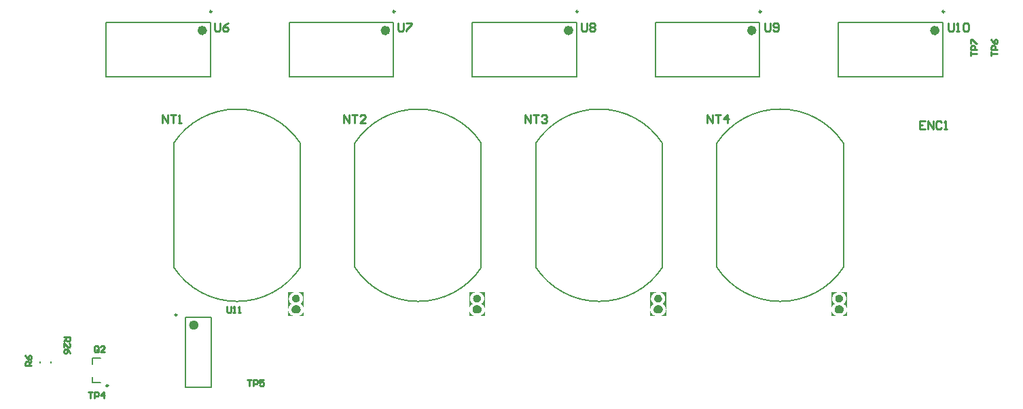
<source format=gto>
G04*
G04 #@! TF.GenerationSoftware,Altium Limited,Altium Designer,19.1.8 (144)*
G04*
G04 Layer_Color=65535*
%FSLAX25Y25*%
%MOIN*%
G70*
G01*
G75*
%ADD10C,0.02362*%
%ADD11C,0.00984*%
%ADD12C,0.00787*%
%ADD13C,0.01000*%
G36*
X258916Y60824D02*
X259172Y60751D01*
X259408Y60660D01*
X259609Y60569D01*
X259773Y60460D01*
X259900Y60369D01*
X259973Y60296D01*
X259991Y60277D01*
X260174Y60059D01*
X260319Y59822D01*
X260410Y59603D01*
X260483Y59385D01*
X260520Y59202D01*
X260556Y59057D01*
Y58965D01*
Y58947D01*
Y58929D01*
X260538Y58656D01*
X260465Y58382D01*
X260374Y58164D01*
X260283Y57964D01*
X260174Y57800D01*
X260083Y57690D01*
X260010Y57599D01*
X259991Y57581D01*
X259773Y57399D01*
X259536Y57271D01*
X259317Y57162D01*
X259099Y57107D01*
X258916Y57071D01*
X258752Y57052D01*
X258661Y57034D01*
X258625D01*
X258352Y57052D01*
X258078Y57125D01*
X257860Y57216D01*
X257659Y57307D01*
X257495Y57417D01*
X257386Y57490D01*
X257295Y57563D01*
X257277Y57581D01*
X257094Y57800D01*
X256949Y58036D01*
X256857Y58255D01*
X256785Y58474D01*
X256748Y58656D01*
X256730Y58802D01*
X256712Y58893D01*
Y58929D01*
X256730Y59221D01*
X256803Y59476D01*
X256894Y59694D01*
X257003Y59895D01*
X257094Y60059D01*
X257186Y60186D01*
X257258Y60259D01*
X257277Y60277D01*
X257495Y60460D01*
X257732Y60605D01*
X257951Y60697D01*
X258169Y60769D01*
X258352Y60806D01*
X258497Y60842D01*
X258625D01*
X258916Y60824D01*
D02*
G37*
G36*
X258370Y62172D02*
X258115Y62154D01*
X257641Y62045D01*
X257222Y61881D01*
X256857Y61717D01*
X256694Y61626D01*
X256548Y61535D01*
X256438Y61444D01*
X256329Y61371D01*
X256256Y61316D01*
X256202Y61261D01*
X256165Y61243D01*
X256147Y61225D01*
X255965Y61043D01*
X255801Y60842D01*
X255673Y60660D01*
X255546Y60460D01*
X255455Y60277D01*
X255363Y60095D01*
X255236Y59731D01*
X255163Y59421D01*
X255145Y59294D01*
X255127Y59184D01*
X255108Y59093D01*
Y59020D01*
Y58984D01*
Y58965D01*
X255127Y58674D01*
X255163Y58401D01*
X255200Y58164D01*
X255272Y57964D01*
X255327Y57800D01*
X255363Y57672D01*
X255400Y57599D01*
X255418Y57563D01*
X255546Y57344D01*
X255710Y57125D01*
X255874Y56925D01*
X256038Y56761D01*
X256202Y56597D01*
X256329Y56488D01*
X256402Y56415D01*
X256438Y56378D01*
X256147Y56160D01*
X255892Y55941D01*
X255673Y55722D01*
X255491Y55485D01*
X255327Y55249D01*
X255200Y55012D01*
X255090Y54793D01*
X254999Y54575D01*
X254944Y54374D01*
X254890Y54192D01*
X254853Y54010D01*
X254817Y53882D01*
Y53755D01*
X254799Y53663D01*
Y62191D01*
X258625D01*
X258370Y62172D01*
D02*
G37*
G36*
X262542Y53591D02*
X262524Y53882D01*
X262469Y54155D01*
X262396Y54429D01*
X262323Y54647D01*
X262251Y54848D01*
X262178Y54994D01*
X262123Y55085D01*
X262105Y55121D01*
X261923Y55394D01*
X261722Y55650D01*
X261504Y55850D01*
X261303Y56032D01*
X261103Y56178D01*
X260957Y56287D01*
X260848Y56360D01*
X260829Y56378D01*
X260811D01*
X261048Y56597D01*
X261267Y56816D01*
X261449Y57034D01*
X261595Y57271D01*
X261740Y57490D01*
X261850Y57708D01*
X261941Y57909D01*
X262014Y58109D01*
X262069Y58291D01*
X262105Y58474D01*
X262141Y58619D01*
X262160Y58747D01*
X262178Y58856D01*
Y58929D01*
Y58984D01*
Y59002D01*
X262160Y59239D01*
X262141Y59457D01*
X262087Y59676D01*
X262014Y59895D01*
X261850Y60259D01*
X261649Y60587D01*
X261449Y60860D01*
X261358Y60970D01*
X261285Y61061D01*
X261212Y61134D01*
X261176Y61188D01*
X261139Y61207D01*
X261121Y61225D01*
X260921Y61389D01*
X260702Y61553D01*
X260502Y61680D01*
X260283Y61790D01*
X259864Y61954D01*
X259481Y62063D01*
X259135Y62136D01*
X258989Y62154D01*
X258862Y62172D01*
X258771Y62191D01*
X262542D01*
Y53591D01*
D02*
G37*
G36*
X258935Y55668D02*
X259244Y55595D01*
X259536Y55485D01*
X259773Y55376D01*
X259973Y55267D01*
X260101Y55158D01*
X260192Y55085D01*
X260228Y55067D01*
X260465Y54830D01*
X260629Y54593D01*
X260757Y54356D01*
X260829Y54119D01*
X260884Y53919D01*
X260902Y53773D01*
X260921Y53663D01*
Y53645D01*
Y53627D01*
X260902Y53317D01*
X260829Y53026D01*
X260720Y52771D01*
X260611Y52570D01*
X260483Y52388D01*
X260392Y52261D01*
X260319Y52188D01*
X260283Y52151D01*
X260028Y51951D01*
X259773Y51823D01*
X259499Y51714D01*
X259263Y51641D01*
X259044Y51605D01*
X258880Y51587D01*
X258752Y51568D01*
X258716D01*
X258352Y51587D01*
X258042Y51659D01*
X257750Y51750D01*
X257513Y51860D01*
X257313Y51951D01*
X257186Y52042D01*
X257094Y52115D01*
X257058Y52133D01*
X256839Y52370D01*
X256675Y52607D01*
X256566Y52844D01*
X256493Y53080D01*
X256438Y53281D01*
X256420Y53445D01*
X256402Y53554D01*
Y53572D01*
Y53591D01*
X256420Y53900D01*
X256493Y54192D01*
X256603Y54447D01*
X256712Y54666D01*
X256821Y54830D01*
X256930Y54957D01*
X257003Y55048D01*
X257021Y55067D01*
X257277Y55267D01*
X257532Y55431D01*
X257805Y55540D01*
X258042Y55613D01*
X258260Y55650D01*
X258443Y55686D01*
X258589D01*
X258935Y55668D01*
D02*
G37*
G36*
X262542Y50220D02*
X258661D01*
X258953Y50238D01*
X259244Y50256D01*
X259773Y50366D01*
X260246Y50530D01*
X260447Y50621D01*
X260647Y50712D01*
X260811Y50803D01*
X260975Y50894D01*
X261103Y50985D01*
X261212Y51058D01*
X261303Y51113D01*
X261358Y51167D01*
X261394Y51186D01*
X261413Y51204D01*
X261613Y51386D01*
X261777Y51587D01*
X261941Y51787D01*
X262069Y51987D01*
X262178Y52188D01*
X262269Y52388D01*
X262396Y52771D01*
X262488Y53099D01*
X262506Y53245D01*
X262524Y53354D01*
X262542Y53463D01*
Y50220D01*
D02*
G37*
G36*
X254817Y53336D02*
X254853Y53080D01*
X254908Y52844D01*
X254981Y52625D01*
X255145Y52206D01*
X255363Y51860D01*
X255455Y51714D01*
X255564Y51568D01*
X255655Y51459D01*
X255746Y51368D01*
X255801Y51295D01*
X255855Y51240D01*
X255892Y51204D01*
X255910Y51186D01*
X256129Y51022D01*
X256347Y50876D01*
X256584Y50730D01*
X256821Y50621D01*
X257277Y50457D01*
X257714Y50348D01*
X257914Y50293D01*
X258097Y50275D01*
X258242Y50256D01*
X258388Y50238D01*
X258497Y50220D01*
X254799D01*
Y53591D01*
X254817Y53336D01*
D02*
G37*
G36*
X170071Y60824D02*
X170326Y60751D01*
X170562Y60660D01*
X170763Y60569D01*
X170927Y60460D01*
X171054Y60369D01*
X171127Y60296D01*
X171145Y60277D01*
X171328Y60059D01*
X171473Y59822D01*
X171564Y59603D01*
X171637Y59385D01*
X171674Y59202D01*
X171710Y59057D01*
Y58965D01*
Y58947D01*
Y58929D01*
X171692Y58656D01*
X171619Y58382D01*
X171528Y58164D01*
X171437Y57964D01*
X171328Y57800D01*
X171237Y57690D01*
X171164Y57599D01*
X171145Y57581D01*
X170927Y57399D01*
X170690Y57271D01*
X170471Y57162D01*
X170253Y57107D01*
X170071Y57071D01*
X169906Y57052D01*
X169815Y57034D01*
X169779D01*
X169506Y57052D01*
X169232Y57125D01*
X169014Y57216D01*
X168813Y57307D01*
X168649Y57417D01*
X168540Y57490D01*
X168449Y57563D01*
X168431Y57581D01*
X168248Y57800D01*
X168103Y58036D01*
X168012Y58255D01*
X167939Y58474D01*
X167902Y58656D01*
X167884Y58802D01*
X167866Y58893D01*
Y58929D01*
X167884Y59221D01*
X167957Y59476D01*
X168048Y59694D01*
X168157Y59895D01*
X168248Y60059D01*
X168340Y60186D01*
X168412Y60259D01*
X168431Y60277D01*
X168649Y60460D01*
X168886Y60605D01*
X169105Y60697D01*
X169324Y60769D01*
X169506Y60806D01*
X169651Y60842D01*
X169779D01*
X170071Y60824D01*
D02*
G37*
G36*
X169524Y62172D02*
X169269Y62154D01*
X168795Y62045D01*
X168376Y61881D01*
X168012Y61717D01*
X167848Y61626D01*
X167702Y61535D01*
X167593Y61444D01*
X167483Y61371D01*
X167410Y61316D01*
X167356Y61261D01*
X167319Y61243D01*
X167301Y61225D01*
X167119Y61043D01*
X166955Y60842D01*
X166827Y60660D01*
X166700Y60460D01*
X166609Y60277D01*
X166518Y60095D01*
X166390Y59731D01*
X166317Y59421D01*
X166299Y59294D01*
X166281Y59184D01*
X166262Y59093D01*
Y59020D01*
Y58984D01*
Y58965D01*
X166281Y58674D01*
X166317Y58401D01*
X166354Y58164D01*
X166427Y57964D01*
X166481Y57800D01*
X166518Y57672D01*
X166554Y57599D01*
X166572Y57563D01*
X166700Y57344D01*
X166864Y57125D01*
X167028Y56925D01*
X167192Y56761D01*
X167356Y56597D01*
X167483Y56488D01*
X167556Y56415D01*
X167593Y56378D01*
X167301Y56160D01*
X167046Y55941D01*
X166827Y55722D01*
X166645Y55485D01*
X166481Y55249D01*
X166354Y55012D01*
X166244Y54793D01*
X166153Y54575D01*
X166098Y54374D01*
X166044Y54192D01*
X166007Y54010D01*
X165971Y53882D01*
Y53755D01*
X165953Y53663D01*
Y62191D01*
X169779D01*
X169524Y62172D01*
D02*
G37*
G36*
X173696Y53591D02*
X173678Y53882D01*
X173623Y54155D01*
X173550Y54429D01*
X173478Y54647D01*
X173405Y54848D01*
X173332Y54994D01*
X173277Y55085D01*
X173259Y55121D01*
X173077Y55394D01*
X172876Y55650D01*
X172658Y55850D01*
X172457Y56032D01*
X172257Y56178D01*
X172111Y56287D01*
X172002Y56360D01*
X171984Y56378D01*
X171965D01*
X172202Y56597D01*
X172421Y56816D01*
X172603Y57034D01*
X172749Y57271D01*
X172895Y57490D01*
X173004Y57708D01*
X173095Y57909D01*
X173168Y58109D01*
X173222Y58291D01*
X173259Y58474D01*
X173295Y58619D01*
X173314Y58747D01*
X173332Y58856D01*
Y58929D01*
Y58984D01*
Y59002D01*
X173314Y59239D01*
X173295Y59457D01*
X173241Y59676D01*
X173168Y59895D01*
X173004Y60259D01*
X172803Y60587D01*
X172603Y60860D01*
X172512Y60970D01*
X172439Y61061D01*
X172366Y61134D01*
X172330Y61188D01*
X172293Y61207D01*
X172275Y61225D01*
X172075Y61389D01*
X171856Y61553D01*
X171656Y61680D01*
X171437Y61790D01*
X171018Y61954D01*
X170635Y62063D01*
X170289Y62136D01*
X170143Y62154D01*
X170016Y62172D01*
X169925Y62191D01*
X173696D01*
Y53591D01*
D02*
G37*
G36*
X170089Y55668D02*
X170398Y55595D01*
X170690Y55485D01*
X170927Y55376D01*
X171127Y55267D01*
X171255Y55158D01*
X171346Y55085D01*
X171382Y55067D01*
X171619Y54830D01*
X171783Y54593D01*
X171911Y54356D01*
X171984Y54119D01*
X172038Y53919D01*
X172056Y53773D01*
X172075Y53663D01*
Y53645D01*
Y53627D01*
X172056Y53317D01*
X171984Y53026D01*
X171874Y52771D01*
X171765Y52570D01*
X171637Y52388D01*
X171546Y52261D01*
X171473Y52188D01*
X171437Y52151D01*
X171182Y51951D01*
X170927Y51823D01*
X170653Y51714D01*
X170417Y51641D01*
X170198Y51605D01*
X170034Y51587D01*
X169906Y51568D01*
X169870D01*
X169506Y51587D01*
X169196Y51659D01*
X168904Y51750D01*
X168667Y51860D01*
X168467Y51951D01*
X168340Y52042D01*
X168248Y52115D01*
X168212Y52133D01*
X167993Y52370D01*
X167829Y52607D01*
X167720Y52844D01*
X167647Y53080D01*
X167593Y53281D01*
X167574Y53445D01*
X167556Y53554D01*
Y53572D01*
Y53591D01*
X167574Y53900D01*
X167647Y54192D01*
X167756Y54447D01*
X167866Y54666D01*
X167975Y54830D01*
X168085Y54957D01*
X168157Y55048D01*
X168176Y55067D01*
X168431Y55267D01*
X168686Y55431D01*
X168959Y55540D01*
X169196Y55613D01*
X169415Y55650D01*
X169597Y55686D01*
X169743D01*
X170089Y55668D01*
D02*
G37*
G36*
X173696Y50220D02*
X169815D01*
X170107Y50238D01*
X170398Y50256D01*
X170927Y50366D01*
X171400Y50530D01*
X171601Y50621D01*
X171801Y50712D01*
X171965Y50803D01*
X172129Y50894D01*
X172257Y50985D01*
X172366Y51058D01*
X172457Y51113D01*
X172512Y51167D01*
X172548Y51186D01*
X172567Y51204D01*
X172767Y51386D01*
X172931Y51587D01*
X173095Y51787D01*
X173222Y51987D01*
X173332Y52188D01*
X173423Y52388D01*
X173550Y52771D01*
X173642Y53099D01*
X173660Y53245D01*
X173678Y53354D01*
X173696Y53463D01*
Y50220D01*
D02*
G37*
G36*
X165971Y53336D02*
X166007Y53080D01*
X166062Y52844D01*
X166135Y52625D01*
X166299Y52206D01*
X166518Y51860D01*
X166609Y51714D01*
X166718Y51568D01*
X166809Y51459D01*
X166900Y51368D01*
X166955Y51295D01*
X167009Y51240D01*
X167046Y51204D01*
X167064Y51186D01*
X167283Y51022D01*
X167501Y50876D01*
X167738Y50730D01*
X167975Y50621D01*
X168431Y50457D01*
X168868Y50348D01*
X169068Y50293D01*
X169251Y50275D01*
X169396Y50256D01*
X169542Y50238D01*
X169651Y50220D01*
X165953D01*
Y53591D01*
X165971Y53336D01*
D02*
G37*
G36*
X436608Y60824D02*
X436863Y60751D01*
X437100Y60660D01*
X437301Y60569D01*
X437465Y60460D01*
X437592Y60369D01*
X437665Y60296D01*
X437683Y60277D01*
X437865Y60059D01*
X438011Y59822D01*
X438102Y59603D01*
X438175Y59385D01*
X438212Y59202D01*
X438248Y59057D01*
Y58965D01*
Y58947D01*
Y58929D01*
X438230Y58656D01*
X438157Y58382D01*
X438066Y58164D01*
X437975Y57964D01*
X437865Y57800D01*
X437774Y57690D01*
X437702Y57599D01*
X437683Y57581D01*
X437465Y57399D01*
X437228Y57271D01*
X437009Y57162D01*
X436791Y57107D01*
X436608Y57071D01*
X436444Y57052D01*
X436353Y57034D01*
X436317D01*
X436044Y57052D01*
X435770Y57125D01*
X435552Y57216D01*
X435351Y57307D01*
X435187Y57417D01*
X435078Y57490D01*
X434987Y57563D01*
X434969Y57581D01*
X434786Y57800D01*
X434641Y58036D01*
X434549Y58255D01*
X434477Y58474D01*
X434440Y58656D01*
X434422Y58802D01*
X434404Y58893D01*
Y58929D01*
X434422Y59221D01*
X434495Y59476D01*
X434586Y59694D01*
X434695Y59895D01*
X434786Y60059D01*
X434877Y60186D01*
X434950Y60259D01*
X434969Y60277D01*
X435187Y60460D01*
X435424Y60605D01*
X435643Y60697D01*
X435861Y60769D01*
X436044Y60806D01*
X436189Y60842D01*
X436317D01*
X436608Y60824D01*
D02*
G37*
G36*
X436062Y62172D02*
X435807Y62154D01*
X435333Y62045D01*
X434914Y61881D01*
X434549Y61717D01*
X434385Y61626D01*
X434240Y61535D01*
X434130Y61444D01*
X434021Y61371D01*
X433948Y61316D01*
X433893Y61261D01*
X433857Y61243D01*
X433839Y61225D01*
X433657Y61043D01*
X433493Y60842D01*
X433365Y60660D01*
X433238Y60460D01*
X433146Y60277D01*
X433055Y60095D01*
X432928Y59731D01*
X432855Y59421D01*
X432837Y59294D01*
X432819Y59184D01*
X432800Y59093D01*
Y59020D01*
Y58984D01*
Y58965D01*
X432819Y58674D01*
X432855Y58401D01*
X432891Y58164D01*
X432964Y57964D01*
X433019Y57800D01*
X433055Y57672D01*
X433092Y57599D01*
X433110Y57563D01*
X433238Y57344D01*
X433402Y57125D01*
X433566Y56925D01*
X433730Y56761D01*
X433893Y56597D01*
X434021Y56488D01*
X434094Y56415D01*
X434130Y56378D01*
X433839Y56160D01*
X433584Y55941D01*
X433365Y55722D01*
X433183Y55485D01*
X433019Y55249D01*
X432891Y55012D01*
X432782Y54793D01*
X432691Y54575D01*
X432636Y54374D01*
X432582Y54192D01*
X432545Y54010D01*
X432509Y53882D01*
Y53755D01*
X432490Y53663D01*
Y62191D01*
X436317D01*
X436062Y62172D01*
D02*
G37*
G36*
X440234Y53591D02*
X440216Y53882D01*
X440161Y54155D01*
X440088Y54429D01*
X440015Y54647D01*
X439943Y54848D01*
X439870Y54994D01*
X439815Y55085D01*
X439797Y55121D01*
X439615Y55394D01*
X439414Y55650D01*
X439195Y55850D01*
X438995Y56032D01*
X438795Y56178D01*
X438649Y56287D01*
X438540Y56360D01*
X438521Y56378D01*
X438503D01*
X438740Y56597D01*
X438959Y56816D01*
X439141Y57034D01*
X439287Y57271D01*
X439432Y57490D01*
X439542Y57708D01*
X439633Y57909D01*
X439706Y58109D01*
X439760Y58291D01*
X439797Y58474D01*
X439833Y58619D01*
X439851Y58747D01*
X439870Y58856D01*
Y58929D01*
Y58984D01*
Y59002D01*
X439851Y59239D01*
X439833Y59457D01*
X439779Y59676D01*
X439706Y59895D01*
X439542Y60259D01*
X439341Y60587D01*
X439141Y60860D01*
X439050Y60970D01*
X438977Y61061D01*
X438904Y61134D01*
X438868Y61188D01*
X438831Y61207D01*
X438813Y61225D01*
X438613Y61389D01*
X438394Y61553D01*
X438193Y61680D01*
X437975Y61790D01*
X437556Y61954D01*
X437173Y62063D01*
X436827Y62136D01*
X436681Y62154D01*
X436554Y62172D01*
X436462Y62191D01*
X440234D01*
Y53591D01*
D02*
G37*
G36*
X436626Y55668D02*
X436936Y55595D01*
X437228Y55485D01*
X437465Y55376D01*
X437665Y55267D01*
X437793Y55158D01*
X437884Y55085D01*
X437920Y55067D01*
X438157Y54830D01*
X438321Y54593D01*
X438448Y54356D01*
X438521Y54119D01*
X438576Y53919D01*
X438594Y53773D01*
X438613Y53663D01*
Y53645D01*
Y53627D01*
X438594Y53317D01*
X438521Y53026D01*
X438412Y52771D01*
X438303Y52570D01*
X438175Y52388D01*
X438084Y52261D01*
X438011Y52188D01*
X437975Y52151D01*
X437720Y51951D01*
X437465Y51823D01*
X437191Y51714D01*
X436954Y51641D01*
X436736Y51605D01*
X436572Y51587D01*
X436444Y51568D01*
X436408D01*
X436044Y51587D01*
X435734Y51659D01*
X435442Y51750D01*
X435205Y51860D01*
X435005Y51951D01*
X434877Y52042D01*
X434786Y52115D01*
X434750Y52133D01*
X434531Y52370D01*
X434367Y52607D01*
X434258Y52844D01*
X434185Y53080D01*
X434130Y53281D01*
X434112Y53445D01*
X434094Y53554D01*
Y53572D01*
Y53591D01*
X434112Y53900D01*
X434185Y54192D01*
X434294Y54447D01*
X434404Y54666D01*
X434513Y54830D01*
X434622Y54957D01*
X434695Y55048D01*
X434713Y55067D01*
X434969Y55267D01*
X435223Y55431D01*
X435497Y55540D01*
X435734Y55613D01*
X435952Y55650D01*
X436135Y55686D01*
X436280D01*
X436626Y55668D01*
D02*
G37*
G36*
X440234Y50220D02*
X436353D01*
X436645Y50238D01*
X436936Y50256D01*
X437465Y50366D01*
X437938Y50530D01*
X438139Y50621D01*
X438339Y50712D01*
X438503Y50803D01*
X438667Y50894D01*
X438795Y50985D01*
X438904Y51058D01*
X438995Y51113D01*
X439050Y51167D01*
X439086Y51186D01*
X439104Y51204D01*
X439305Y51386D01*
X439469Y51587D01*
X439633Y51787D01*
X439760Y51987D01*
X439870Y52188D01*
X439961Y52388D01*
X440088Y52771D01*
X440179Y53099D01*
X440198Y53245D01*
X440216Y53354D01*
X440234Y53463D01*
Y50220D01*
D02*
G37*
G36*
X432509Y53336D02*
X432545Y53080D01*
X432600Y52844D01*
X432673Y52625D01*
X432837Y52206D01*
X433055Y51860D01*
X433146Y51714D01*
X433256Y51568D01*
X433347Y51459D01*
X433438Y51368D01*
X433493Y51295D01*
X433547Y51240D01*
X433584Y51204D01*
X433602Y51186D01*
X433821Y51022D01*
X434039Y50876D01*
X434276Y50730D01*
X434513Y50621D01*
X434969Y50457D01*
X435406Y50348D01*
X435606Y50293D01*
X435788Y50275D01*
X435934Y50256D01*
X436080Y50238D01*
X436189Y50220D01*
X432490D01*
Y53591D01*
X432509Y53336D01*
D02*
G37*
G36*
X347762Y60824D02*
X348017Y60751D01*
X348254Y60660D01*
X348455Y60569D01*
X348619Y60460D01*
X348746Y60369D01*
X348819Y60296D01*
X348837Y60277D01*
X349020Y60059D01*
X349165Y59822D01*
X349256Y59603D01*
X349329Y59385D01*
X349366Y59202D01*
X349402Y59057D01*
Y58965D01*
Y58947D01*
Y58929D01*
X349384Y58656D01*
X349311Y58382D01*
X349220Y58164D01*
X349129Y57964D01*
X349020Y57800D01*
X348928Y57690D01*
X348855Y57599D01*
X348837Y57581D01*
X348619Y57399D01*
X348382Y57271D01*
X348163Y57162D01*
X347944Y57107D01*
X347762Y57071D01*
X347598Y57052D01*
X347507Y57034D01*
X347471D01*
X347198Y57052D01*
X346924Y57125D01*
X346706Y57216D01*
X346505Y57307D01*
X346341Y57417D01*
X346232Y57490D01*
X346141Y57563D01*
X346123Y57581D01*
X345940Y57800D01*
X345795Y58036D01*
X345704Y58255D01*
X345631Y58474D01*
X345594Y58656D01*
X345576Y58802D01*
X345558Y58893D01*
Y58929D01*
X345576Y59221D01*
X345649Y59476D01*
X345740Y59694D01*
X345849Y59895D01*
X345940Y60059D01*
X346031Y60186D01*
X346104Y60259D01*
X346123Y60277D01*
X346341Y60460D01*
X346578Y60605D01*
X346797Y60697D01*
X347015Y60769D01*
X347198Y60806D01*
X347343Y60842D01*
X347471D01*
X347762Y60824D01*
D02*
G37*
G36*
X347216Y62172D02*
X346961Y62154D01*
X346487Y62045D01*
X346068Y61881D01*
X345704Y61717D01*
X345539Y61626D01*
X345394Y61535D01*
X345284Y61444D01*
X345175Y61371D01*
X345102Y61316D01*
X345048Y61261D01*
X345011Y61243D01*
X344993Y61225D01*
X344811Y61043D01*
X344647Y60842D01*
X344519Y60660D01*
X344392Y60460D01*
X344301Y60277D01*
X344209Y60095D01*
X344082Y59731D01*
X344009Y59421D01*
X343991Y59294D01*
X343973Y59184D01*
X343954Y59093D01*
Y59020D01*
Y58984D01*
Y58965D01*
X343973Y58674D01*
X344009Y58401D01*
X344045Y58164D01*
X344118Y57964D01*
X344173Y57800D01*
X344209Y57672D01*
X344246Y57599D01*
X344264Y57563D01*
X344392Y57344D01*
X344556Y57125D01*
X344720Y56925D01*
X344884Y56761D01*
X345048Y56597D01*
X345175Y56488D01*
X345248Y56415D01*
X345284Y56378D01*
X344993Y56160D01*
X344738Y55941D01*
X344519Y55722D01*
X344337Y55485D01*
X344173Y55249D01*
X344045Y55012D01*
X343936Y54793D01*
X343845Y54575D01*
X343790Y54374D01*
X343736Y54192D01*
X343699Y54010D01*
X343663Y53882D01*
Y53755D01*
X343645Y53663D01*
Y62191D01*
X347471D01*
X347216Y62172D01*
D02*
G37*
G36*
X351388Y53591D02*
X351370Y53882D01*
X351315Y54155D01*
X351242Y54429D01*
X351169Y54647D01*
X351097Y54848D01*
X351024Y54994D01*
X350969Y55085D01*
X350951Y55121D01*
X350769Y55394D01*
X350568Y55650D01*
X350350Y55850D01*
X350149Y56032D01*
X349949Y56178D01*
X349803Y56287D01*
X349694Y56360D01*
X349675Y56378D01*
X349657D01*
X349894Y56597D01*
X350113Y56816D01*
X350295Y57034D01*
X350441Y57271D01*
X350586Y57490D01*
X350696Y57708D01*
X350787Y57909D01*
X350860Y58109D01*
X350914Y58291D01*
X350951Y58474D01*
X350987Y58619D01*
X351006Y58747D01*
X351024Y58856D01*
Y58929D01*
Y58984D01*
Y59002D01*
X351006Y59239D01*
X350987Y59457D01*
X350933Y59676D01*
X350860Y59895D01*
X350696Y60259D01*
X350495Y60587D01*
X350295Y60860D01*
X350204Y60970D01*
X350131Y61061D01*
X350058Y61134D01*
X350022Y61188D01*
X349985Y61207D01*
X349967Y61225D01*
X349766Y61389D01*
X349548Y61553D01*
X349347Y61680D01*
X349129Y61790D01*
X348710Y61954D01*
X348327Y62063D01*
X347981Y62136D01*
X347835Y62154D01*
X347708Y62172D01*
X347617Y62191D01*
X351388D01*
Y53591D01*
D02*
G37*
G36*
X347781Y55668D02*
X348090Y55595D01*
X348382Y55485D01*
X348619Y55376D01*
X348819Y55267D01*
X348947Y55158D01*
X349038Y55085D01*
X349074Y55067D01*
X349311Y54830D01*
X349475Y54593D01*
X349603Y54356D01*
X349675Y54119D01*
X349730Y53919D01*
X349748Y53773D01*
X349766Y53663D01*
Y53645D01*
Y53627D01*
X349748Y53317D01*
X349675Y53026D01*
X349566Y52771D01*
X349457Y52570D01*
X349329Y52388D01*
X349238Y52261D01*
X349165Y52188D01*
X349129Y52151D01*
X348874Y51951D01*
X348619Y51823D01*
X348345Y51714D01*
X348109Y51641D01*
X347890Y51605D01*
X347726Y51587D01*
X347598Y51568D01*
X347562D01*
X347198Y51587D01*
X346888Y51659D01*
X346596Y51750D01*
X346359Y51860D01*
X346159Y51951D01*
X346031Y52042D01*
X345940Y52115D01*
X345904Y52133D01*
X345685Y52370D01*
X345521Y52607D01*
X345412Y52844D01*
X345339Y53080D01*
X345284Y53281D01*
X345266Y53445D01*
X345248Y53554D01*
Y53572D01*
Y53591D01*
X345266Y53900D01*
X345339Y54192D01*
X345448Y54447D01*
X345558Y54666D01*
X345667Y54830D01*
X345776Y54957D01*
X345849Y55048D01*
X345867Y55067D01*
X346123Y55267D01*
X346378Y55431D01*
X346651Y55540D01*
X346888Y55613D01*
X347106Y55650D01*
X347289Y55686D01*
X347434D01*
X347781Y55668D01*
D02*
G37*
G36*
X351388Y50220D02*
X347507D01*
X347799Y50238D01*
X348090Y50256D01*
X348619Y50366D01*
X349092Y50530D01*
X349293Y50621D01*
X349493Y50712D01*
X349657Y50803D01*
X349821Y50894D01*
X349949Y50985D01*
X350058Y51058D01*
X350149Y51113D01*
X350204Y51167D01*
X350240Y51186D01*
X350258Y51204D01*
X350459Y51386D01*
X350623Y51587D01*
X350787Y51787D01*
X350914Y51987D01*
X351024Y52188D01*
X351115Y52388D01*
X351242Y52771D01*
X351333Y53099D01*
X351352Y53245D01*
X351370Y53354D01*
X351388Y53463D01*
Y50220D01*
D02*
G37*
G36*
X343663Y53336D02*
X343699Y53080D01*
X343754Y52844D01*
X343827Y52625D01*
X343991Y52206D01*
X344209Y51860D01*
X344301Y51714D01*
X344410Y51568D01*
X344501Y51459D01*
X344592Y51368D01*
X344647Y51295D01*
X344701Y51240D01*
X344738Y51204D01*
X344756Y51186D01*
X344975Y51022D01*
X345193Y50876D01*
X345430Y50730D01*
X345667Y50621D01*
X346123Y50457D01*
X346560Y50348D01*
X346760Y50293D01*
X346942Y50275D01*
X347088Y50256D01*
X347234Y50238D01*
X347343Y50220D01*
X343645D01*
Y53591D01*
X343663Y53336D01*
D02*
G37*
D10*
X484472Y190449D02*
G03*
X484472Y190449I-1181J0D01*
G01*
X394597D02*
G03*
X394597Y190449I-1181J0D01*
G01*
X304722Y190449D02*
G03*
X304722Y190449I-1181J0D01*
G01*
X214847Y190449D02*
G03*
X214847Y190449I-1181J0D01*
G01*
X124972Y190449D02*
G03*
X124972Y190449I-1181J0D01*
G01*
X120819Y45886D02*
G03*
X120819Y45886I-1181J0D01*
G01*
D11*
X487976Y199701D02*
G03*
X487976Y199701I-492J0D01*
G01*
X398101Y199701D02*
G03*
X398101Y199701I-492J0D01*
G01*
X308226Y199701D02*
G03*
X308226Y199701I-492J0D01*
G01*
X218351Y199701D02*
G03*
X218351Y199701I-492J0D01*
G01*
X128476Y199701D02*
G03*
X128476Y199701I-492J0D01*
G01*
X111370Y50945D02*
G03*
X111370Y50945I-492J0D01*
G01*
X77618Y16185D02*
G03*
X77618Y16185I-492J0D01*
G01*
D12*
X260704Y135212D02*
G03*
X198665Y135212I-31019J-20513D01*
G01*
X198696Y74188D02*
G03*
X260735Y74188I31019J20513D01*
G01*
X171858Y135212D02*
G03*
X109819Y135212I-31019J-20513D01*
G01*
X109850Y74188D02*
G03*
X171889Y74188I31019J20513D01*
G01*
X376388D02*
G03*
X438427Y74188I31019J20513D01*
G01*
X438396Y135212D02*
G03*
X376357Y135212I-31019J-20513D01*
G01*
X349550D02*
G03*
X287511Y135212I-31019J-20513D01*
G01*
X287542Y74188D02*
G03*
X349581Y74188I31019J20513D01*
G01*
X436047Y167614D02*
Y194386D01*
X487228Y194386D02*
X487228Y167614D01*
X436047D02*
X487228D01*
X436047Y194386D02*
X487228Y194386D01*
X346172Y167614D02*
X346172Y194386D01*
X397353Y194386D02*
X397353Y167614D01*
X346172D02*
X397353D01*
X346172Y194386D02*
X397353Y194386D01*
X256297Y167614D02*
Y194386D01*
X307478Y194386D02*
X307478Y167614D01*
X256297D02*
X307478D01*
X256297Y194386D02*
X307478Y194386D01*
X166422Y167614D02*
X166422Y194386D01*
X217603Y167614D02*
X217603Y194386D01*
X166422Y167614D02*
X217603D01*
X166422Y194386D02*
X217603Y194386D01*
X76547Y167614D02*
Y194386D01*
X127728Y167614D02*
Y194386D01*
X76547Y167614D02*
X127728D01*
X76547Y194386D02*
X127728D01*
X260704Y74219D02*
Y135212D01*
X198665Y74219D02*
Y135212D01*
X115701Y15276D02*
Y49724D01*
X128299Y15276D02*
Y49724D01*
X115701D02*
X128299D01*
X115701Y15276D02*
X128299D01*
X171858Y74219D02*
Y135212D01*
X109819Y74219D02*
Y135212D01*
X376357Y74219D02*
Y135212D01*
X438396Y74219D02*
Y135212D01*
X349550Y74219D02*
Y135212D01*
X287511Y74219D02*
Y135212D01*
X44138Y27272D02*
Y28059D01*
X49453Y27272D02*
Y28059D01*
X70039Y17760D02*
X73976D01*
X70039D02*
Y20516D01*
X70039Y29571D02*
X73976D01*
X70039D02*
X70039Y26815D01*
D13*
X146000Y18999D02*
X147999D01*
X147000D01*
Y16000D01*
X148999D02*
Y18999D01*
X150499D01*
X150998Y18499D01*
Y17500D01*
X150499Y17000D01*
X148999D01*
X153997Y18999D02*
X151998D01*
Y17500D01*
X152998Y17999D01*
X153498D01*
X153997Y17500D01*
Y16500D01*
X153498Y16000D01*
X152498D01*
X151998Y16500D01*
X68000Y12999D02*
X69999D01*
X69000D01*
Y10000D01*
X70999D02*
Y12999D01*
X72499D01*
X72998Y12499D01*
Y11500D01*
X72499Y11000D01*
X70999D01*
X75498Y10000D02*
Y12999D01*
X73998Y11500D01*
X75997D01*
X511001Y178000D02*
Y179999D01*
Y179000D01*
X514000D01*
Y180999D02*
X511001D01*
Y182499D01*
X511501Y182998D01*
X512500D01*
X513000Y182499D01*
Y180999D01*
X511001Y185997D02*
X511501Y184998D01*
X512500Y183998D01*
X513500D01*
X514000Y184498D01*
Y185498D01*
X513500Y185997D01*
X513000D01*
X512500Y185498D01*
Y183998D01*
X501001Y178000D02*
Y179999D01*
Y179000D01*
X504000D01*
Y180999D02*
X501001D01*
Y182499D01*
X501501Y182998D01*
X502500D01*
X503000Y182499D01*
Y180999D01*
X501001Y183998D02*
Y185997D01*
X501501D01*
X503500Y183998D01*
X504000D01*
X478666Y145999D02*
X476000D01*
Y142000D01*
X478666D01*
X476000Y143999D02*
X477333D01*
X479999Y142000D02*
Y145999D01*
X482664Y142000D01*
Y145999D01*
X486663Y145332D02*
X485997Y145999D01*
X484664D01*
X483997Y145332D01*
Y142666D01*
X484664Y142000D01*
X485997D01*
X486663Y142666D01*
X487996Y142000D02*
X489329D01*
X488663D01*
Y145999D01*
X487996Y145332D01*
X490000Y193999D02*
Y190666D01*
X490666Y190000D01*
X491999D01*
X492666Y190666D01*
Y193999D01*
X493999Y190000D02*
X495332D01*
X494665D01*
Y193999D01*
X493999Y193332D01*
X497331D02*
X497997Y193999D01*
X499330D01*
X499997Y193332D01*
Y190666D01*
X499330Y190000D01*
X497997D01*
X497331Y190666D01*
Y193332D01*
X400000Y193999D02*
Y190666D01*
X400666Y190000D01*
X401999D01*
X402666Y190666D01*
Y193999D01*
X403999Y190666D02*
X404665Y190000D01*
X405998D01*
X406665Y190666D01*
Y193332D01*
X405998Y193999D01*
X404665D01*
X403999Y193332D01*
Y192666D01*
X404665Y191999D01*
X406665D01*
X310000Y193999D02*
Y190666D01*
X310666Y190000D01*
X311999D01*
X312666Y190666D01*
Y193999D01*
X313999Y193332D02*
X314665Y193999D01*
X315998D01*
X316665Y193332D01*
Y192666D01*
X315998Y191999D01*
X316665Y191333D01*
Y190666D01*
X315998Y190000D01*
X314665D01*
X313999Y190666D01*
Y191333D01*
X314665Y191999D01*
X313999Y192666D01*
Y193332D01*
X314665Y191999D02*
X315998D01*
X220000Y193999D02*
Y190666D01*
X220666Y190000D01*
X221999D01*
X222666Y190666D01*
Y193999D01*
X223999D02*
X226664D01*
Y193332D01*
X223999Y190666D01*
Y190000D01*
X130000Y193999D02*
Y190666D01*
X130666Y190000D01*
X131999D01*
X132666Y190666D01*
Y193999D01*
X136664D02*
X135332Y193332D01*
X133999Y191999D01*
Y190666D01*
X134665Y190000D01*
X135998D01*
X136664Y190666D01*
Y191333D01*
X135998Y191999D01*
X133999D01*
X193187Y145094D02*
Y149092D01*
X195852Y145094D01*
Y149092D01*
X197185D02*
X199851D01*
X198518D01*
Y145094D01*
X203850D02*
X201184D01*
X203850Y147759D01*
Y148426D01*
X203184Y149092D01*
X201851D01*
X201184Y148426D01*
X136000Y54999D02*
Y52500D01*
X136500Y52000D01*
X137499D01*
X137999Y52500D01*
Y54999D01*
X138999Y52000D02*
X139999D01*
X139499D01*
Y54999D01*
X138999Y54499D01*
X141498Y52000D02*
X142498D01*
X141998D01*
Y54999D01*
X141498Y54499D01*
X56000Y40000D02*
X58999D01*
Y38500D01*
X58499Y38001D01*
X57499D01*
X57000Y38500D01*
Y40000D01*
Y39000D02*
X56000Y38001D01*
Y35002D02*
Y37001D01*
X57999Y35002D01*
X58499D01*
X58999Y35501D01*
Y36501D01*
X58499Y37001D01*
X58999Y32003D02*
X58499Y33002D01*
X57499Y34002D01*
X56500D01*
X56000Y33502D01*
Y32502D01*
X56500Y32003D01*
X57000D01*
X57499Y32502D01*
Y34002D01*
X40000Y26000D02*
X37001D01*
Y27499D01*
X37501Y27999D01*
X38500D01*
X39000Y27499D01*
Y26000D01*
Y27000D02*
X40000Y27999D01*
X37001Y30998D02*
X37501Y29999D01*
X38500Y28999D01*
X39500D01*
X40000Y29499D01*
Y30499D01*
X39500Y30998D01*
X39000D01*
X38500Y30499D01*
Y28999D01*
X72795Y33165D02*
Y35164D01*
X72295Y35664D01*
X71295D01*
X70795Y35164D01*
Y33165D01*
X71295Y32665D01*
X72295D01*
X71795Y33665D02*
X72795Y32665D01*
X72295D02*
X72795Y33165D01*
X75794Y32665D02*
X73794D01*
X75794Y34665D01*
Y35164D01*
X75294Y35664D01*
X74294D01*
X73794Y35164D01*
X371458Y145094D02*
Y149092D01*
X374124Y145094D01*
Y149092D01*
X375457D02*
X378122D01*
X376789D01*
Y145094D01*
X381455D02*
Y149092D01*
X379455Y147093D01*
X382121D01*
X282322Y145094D02*
Y149092D01*
X284988Y145094D01*
Y149092D01*
X286321D02*
X288987D01*
X287654D01*
Y145094D01*
X290320Y148426D02*
X290986Y149092D01*
X292319D01*
X292986Y148426D01*
Y147759D01*
X292319Y147093D01*
X291653D01*
X292319D01*
X292986Y146427D01*
Y145760D01*
X292319Y145094D01*
X290986D01*
X290320Y145760D01*
X104051Y145094D02*
Y149092D01*
X106717Y145094D01*
Y149092D01*
X108050D02*
X110716D01*
X109383D01*
Y145094D01*
X112049D02*
X113382D01*
X112715D01*
Y149092D01*
X112049Y148426D01*
M02*

</source>
